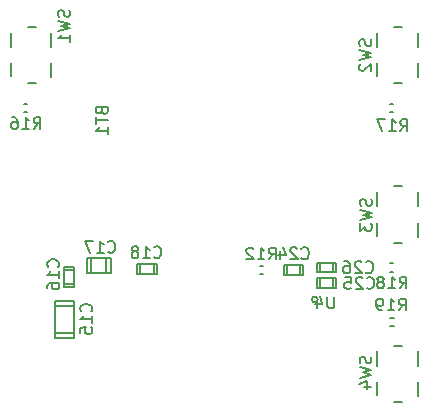
<source format=gbo>
G04 (created by PCBNEW (2013-07-07 BZR 4022)-stable) date 6/24/2016 5:08:50 PM*
%MOIN*%
G04 Gerber Fmt 3.4, Leading zero omitted, Abs format*
%FSLAX34Y34*%
G01*
G70*
G90*
G04 APERTURE LIST*
%ADD10C,0.00590551*%
%ADD11C,0.005*%
G04 APERTURE END LIST*
G54D10*
X88720Y-58996D02*
X88838Y-58996D01*
X88720Y-59271D02*
X88838Y-59271D01*
X93070Y-60722D02*
X93189Y-60722D01*
X93070Y-60997D02*
X93189Y-60997D01*
X93051Y-58917D02*
X93169Y-58917D01*
X93051Y-59192D02*
X93169Y-59192D01*
X93051Y-53602D02*
X93169Y-53602D01*
X93051Y-53877D02*
X93169Y-53877D01*
X80846Y-53602D02*
X80964Y-53602D01*
X80846Y-53877D02*
X80964Y-53877D01*
G54D11*
X81884Y-60337D02*
X82524Y-60337D01*
X82524Y-61237D02*
X81884Y-61237D01*
X82524Y-61417D02*
X81884Y-61417D01*
X81884Y-61417D02*
X81884Y-60157D01*
X81884Y-60157D02*
X82524Y-60157D01*
X82524Y-60157D02*
X82524Y-61417D01*
X83596Y-59226D02*
X83596Y-58726D01*
X83096Y-59226D02*
X83096Y-58736D01*
X82946Y-59226D02*
X83746Y-59226D01*
X83746Y-59226D02*
X83746Y-58726D01*
X83746Y-58726D02*
X82946Y-58726D01*
X82946Y-58726D02*
X82946Y-59226D01*
X82522Y-59590D02*
X82202Y-59590D01*
X82212Y-59150D02*
X82522Y-59150D01*
X82202Y-59050D02*
X82202Y-59690D01*
X82202Y-59690D02*
X82522Y-59690D01*
X82522Y-59690D02*
X82522Y-59050D01*
X82522Y-59050D02*
X82202Y-59050D01*
X84740Y-59254D02*
X84740Y-58934D01*
X85180Y-58944D02*
X85180Y-59254D01*
X85280Y-58934D02*
X84640Y-58934D01*
X84640Y-58934D02*
X84640Y-59254D01*
X84640Y-59254D02*
X85280Y-59254D01*
X85280Y-59254D02*
X85280Y-58934D01*
X90724Y-59726D02*
X90724Y-59406D01*
X91164Y-59416D02*
X91164Y-59726D01*
X91264Y-59406D02*
X90624Y-59406D01*
X90624Y-59406D02*
X90624Y-59726D01*
X90624Y-59726D02*
X91264Y-59726D01*
X91264Y-59726D02*
X91264Y-59406D01*
X90724Y-59215D02*
X90724Y-58895D01*
X91164Y-58905D02*
X91164Y-59215D01*
X91264Y-58895D02*
X90624Y-58895D01*
X90624Y-58895D02*
X90624Y-59215D01*
X90624Y-59215D02*
X91264Y-59215D01*
X91264Y-59215D02*
X91264Y-58895D01*
X89622Y-59293D02*
X89622Y-58973D01*
X90062Y-58983D02*
X90062Y-59293D01*
X90162Y-58973D02*
X89522Y-58973D01*
X89522Y-58973D02*
X89522Y-59293D01*
X89522Y-59293D02*
X90162Y-59293D01*
X90162Y-59293D02*
X90162Y-58973D01*
G54D10*
X81259Y-52913D02*
X80984Y-52913D01*
X81259Y-51023D02*
X80984Y-51023D01*
X81771Y-52716D02*
X81771Y-52244D01*
X81771Y-51220D02*
X81771Y-51692D01*
X80433Y-52677D02*
X80433Y-52244D01*
X80433Y-51220D02*
X80433Y-51692D01*
X93464Y-52913D02*
X93188Y-52913D01*
X93464Y-51023D02*
X93188Y-51023D01*
X93976Y-52716D02*
X93976Y-52244D01*
X93976Y-51220D02*
X93976Y-51692D01*
X92637Y-52677D02*
X92637Y-52244D01*
X92637Y-51220D02*
X92637Y-51692D01*
X93464Y-58228D02*
X93188Y-58228D01*
X93464Y-56338D02*
X93188Y-56338D01*
X93976Y-58031D02*
X93976Y-57559D01*
X93976Y-56535D02*
X93976Y-57007D01*
X92637Y-57992D02*
X92637Y-57559D01*
X92637Y-56535D02*
X92637Y-57007D01*
X93464Y-63543D02*
X93188Y-63543D01*
X93464Y-61653D02*
X93188Y-61653D01*
X93976Y-63346D02*
X93976Y-62874D01*
X93976Y-61850D02*
X93976Y-62322D01*
X92637Y-63307D02*
X92637Y-62874D01*
X92637Y-61850D02*
X92637Y-62322D01*
X90649Y-60118D02*
G75*
G03X90649Y-60118I-98J0D01*
G74*
G01*
X89023Y-58779D02*
X89154Y-58591D01*
X89248Y-58779D02*
X89248Y-58385D01*
X89098Y-58385D01*
X89060Y-58404D01*
X89041Y-58423D01*
X89023Y-58460D01*
X89023Y-58516D01*
X89041Y-58554D01*
X89060Y-58573D01*
X89098Y-58591D01*
X89248Y-58591D01*
X88648Y-58779D02*
X88873Y-58779D01*
X88760Y-58779D02*
X88760Y-58385D01*
X88798Y-58441D01*
X88835Y-58479D01*
X88873Y-58498D01*
X88498Y-58423D02*
X88479Y-58404D01*
X88441Y-58385D01*
X88348Y-58385D01*
X88310Y-58404D01*
X88291Y-58423D01*
X88273Y-58460D01*
X88273Y-58498D01*
X88291Y-58554D01*
X88516Y-58779D01*
X88273Y-58779D01*
X93353Y-60479D02*
X93484Y-60291D01*
X93578Y-60479D02*
X93578Y-60085D01*
X93428Y-60085D01*
X93390Y-60104D01*
X93371Y-60123D01*
X93353Y-60160D01*
X93353Y-60216D01*
X93371Y-60254D01*
X93390Y-60273D01*
X93428Y-60291D01*
X93578Y-60291D01*
X92978Y-60479D02*
X93203Y-60479D01*
X93090Y-60479D02*
X93090Y-60085D01*
X93128Y-60141D01*
X93165Y-60179D01*
X93203Y-60198D01*
X92790Y-60479D02*
X92715Y-60479D01*
X92678Y-60460D01*
X92659Y-60441D01*
X92621Y-60385D01*
X92603Y-60310D01*
X92603Y-60160D01*
X92621Y-60123D01*
X92640Y-60104D01*
X92678Y-60085D01*
X92753Y-60085D01*
X92790Y-60104D01*
X92809Y-60123D01*
X92828Y-60160D01*
X92828Y-60254D01*
X92809Y-60291D01*
X92790Y-60310D01*
X92753Y-60329D01*
X92678Y-60329D01*
X92640Y-60310D01*
X92621Y-60291D01*
X92603Y-60254D01*
X93383Y-59745D02*
X93514Y-59558D01*
X93607Y-59745D02*
X93607Y-59352D01*
X93458Y-59352D01*
X93420Y-59371D01*
X93401Y-59389D01*
X93383Y-59427D01*
X93383Y-59483D01*
X93401Y-59520D01*
X93420Y-59539D01*
X93458Y-59558D01*
X93607Y-59558D01*
X93008Y-59745D02*
X93233Y-59745D01*
X93120Y-59745D02*
X93120Y-59352D01*
X93158Y-59408D01*
X93195Y-59446D01*
X93233Y-59464D01*
X92783Y-59520D02*
X92820Y-59502D01*
X92839Y-59483D01*
X92858Y-59446D01*
X92858Y-59427D01*
X92839Y-59389D01*
X92820Y-59371D01*
X92783Y-59352D01*
X92708Y-59352D01*
X92670Y-59371D01*
X92651Y-59389D01*
X92633Y-59427D01*
X92633Y-59446D01*
X92651Y-59483D01*
X92670Y-59502D01*
X92708Y-59520D01*
X92783Y-59520D01*
X92820Y-59539D01*
X92839Y-59558D01*
X92858Y-59595D01*
X92858Y-59670D01*
X92839Y-59708D01*
X92820Y-59727D01*
X92783Y-59745D01*
X92708Y-59745D01*
X92670Y-59727D01*
X92651Y-59708D01*
X92633Y-59670D01*
X92633Y-59595D01*
X92651Y-59558D01*
X92670Y-59539D01*
X92708Y-59520D01*
X93403Y-54509D02*
X93534Y-54321D01*
X93628Y-54509D02*
X93628Y-54115D01*
X93478Y-54115D01*
X93440Y-54134D01*
X93421Y-54153D01*
X93403Y-54190D01*
X93403Y-54246D01*
X93421Y-54284D01*
X93440Y-54303D01*
X93478Y-54321D01*
X93628Y-54321D01*
X93028Y-54509D02*
X93253Y-54509D01*
X93140Y-54509D02*
X93140Y-54115D01*
X93178Y-54171D01*
X93215Y-54209D01*
X93253Y-54228D01*
X92896Y-54115D02*
X92634Y-54115D01*
X92803Y-54509D01*
X81178Y-54431D02*
X81309Y-54243D01*
X81403Y-54431D02*
X81403Y-54037D01*
X81253Y-54037D01*
X81215Y-54056D01*
X81197Y-54074D01*
X81178Y-54112D01*
X81178Y-54168D01*
X81197Y-54206D01*
X81215Y-54224D01*
X81253Y-54243D01*
X81403Y-54243D01*
X80803Y-54431D02*
X81028Y-54431D01*
X80915Y-54431D02*
X80915Y-54037D01*
X80953Y-54093D01*
X80990Y-54131D01*
X81028Y-54149D01*
X80465Y-54037D02*
X80540Y-54037D01*
X80578Y-54056D01*
X80597Y-54074D01*
X80634Y-54131D01*
X80653Y-54206D01*
X80653Y-54356D01*
X80634Y-54393D01*
X80615Y-54412D01*
X80578Y-54431D01*
X80503Y-54431D01*
X80465Y-54412D01*
X80447Y-54393D01*
X80428Y-54356D01*
X80428Y-54262D01*
X80447Y-54224D01*
X80465Y-54206D01*
X80503Y-54187D01*
X80578Y-54187D01*
X80615Y-54206D01*
X80634Y-54224D01*
X80653Y-54262D01*
X83443Y-53830D02*
X83461Y-53886D01*
X83480Y-53905D01*
X83518Y-53924D01*
X83574Y-53924D01*
X83611Y-53905D01*
X83630Y-53886D01*
X83649Y-53849D01*
X83649Y-53699D01*
X83255Y-53699D01*
X83255Y-53830D01*
X83274Y-53868D01*
X83293Y-53886D01*
X83330Y-53905D01*
X83368Y-53905D01*
X83405Y-53886D01*
X83424Y-53868D01*
X83443Y-53830D01*
X83443Y-53699D01*
X83255Y-54036D02*
X83255Y-54261D01*
X83649Y-54149D02*
X83255Y-54149D01*
X83649Y-54599D02*
X83649Y-54374D01*
X83649Y-54486D02*
X83255Y-54486D01*
X83311Y-54449D01*
X83349Y-54411D01*
X83368Y-54374D01*
X83091Y-60516D02*
X83110Y-60498D01*
X83129Y-60441D01*
X83129Y-60404D01*
X83110Y-60348D01*
X83073Y-60310D01*
X83035Y-60291D01*
X82960Y-60273D01*
X82904Y-60273D01*
X82829Y-60291D01*
X82791Y-60310D01*
X82754Y-60348D01*
X82735Y-60404D01*
X82735Y-60441D01*
X82754Y-60498D01*
X82773Y-60516D01*
X83129Y-60891D02*
X83129Y-60666D01*
X83129Y-60779D02*
X82735Y-60779D01*
X82791Y-60741D01*
X82829Y-60704D01*
X82848Y-60666D01*
X82735Y-61248D02*
X82735Y-61060D01*
X82923Y-61041D01*
X82904Y-61060D01*
X82885Y-61098D01*
X82885Y-61191D01*
X82904Y-61229D01*
X82923Y-61248D01*
X82960Y-61266D01*
X83054Y-61266D01*
X83091Y-61248D01*
X83110Y-61229D01*
X83129Y-61191D01*
X83129Y-61098D01*
X83110Y-61060D01*
X83091Y-61041D01*
X83663Y-58521D02*
X83681Y-58540D01*
X83738Y-58559D01*
X83775Y-58559D01*
X83831Y-58540D01*
X83869Y-58503D01*
X83888Y-58465D01*
X83906Y-58390D01*
X83906Y-58334D01*
X83888Y-58259D01*
X83869Y-58221D01*
X83831Y-58184D01*
X83775Y-58165D01*
X83738Y-58165D01*
X83681Y-58184D01*
X83663Y-58203D01*
X83288Y-58559D02*
X83513Y-58559D01*
X83400Y-58559D02*
X83400Y-58165D01*
X83438Y-58221D01*
X83475Y-58259D01*
X83513Y-58278D01*
X83156Y-58165D02*
X82894Y-58165D01*
X83063Y-58559D01*
X81991Y-59026D02*
X82010Y-59008D01*
X82029Y-58951D01*
X82029Y-58914D01*
X82010Y-58858D01*
X81973Y-58820D01*
X81935Y-58801D01*
X81860Y-58783D01*
X81804Y-58783D01*
X81729Y-58801D01*
X81691Y-58820D01*
X81654Y-58858D01*
X81635Y-58914D01*
X81635Y-58951D01*
X81654Y-59008D01*
X81673Y-59026D01*
X82029Y-59401D02*
X82029Y-59176D01*
X82029Y-59289D02*
X81635Y-59289D01*
X81691Y-59251D01*
X81729Y-59214D01*
X81748Y-59176D01*
X81635Y-59739D02*
X81635Y-59664D01*
X81654Y-59626D01*
X81673Y-59608D01*
X81729Y-59570D01*
X81804Y-59551D01*
X81954Y-59551D01*
X81991Y-59570D01*
X82010Y-59589D01*
X82029Y-59626D01*
X82029Y-59701D01*
X82010Y-59739D01*
X81991Y-59758D01*
X81954Y-59776D01*
X81860Y-59776D01*
X81823Y-59758D01*
X81804Y-59739D01*
X81785Y-59701D01*
X81785Y-59626D01*
X81804Y-59589D01*
X81823Y-59570D01*
X81860Y-59551D01*
X85193Y-58701D02*
X85211Y-58720D01*
X85268Y-58739D01*
X85305Y-58739D01*
X85361Y-58720D01*
X85399Y-58683D01*
X85418Y-58645D01*
X85436Y-58570D01*
X85436Y-58514D01*
X85418Y-58439D01*
X85399Y-58401D01*
X85361Y-58364D01*
X85305Y-58345D01*
X85268Y-58345D01*
X85211Y-58364D01*
X85193Y-58383D01*
X84818Y-58739D02*
X85043Y-58739D01*
X84930Y-58739D02*
X84930Y-58345D01*
X84968Y-58401D01*
X85005Y-58439D01*
X85043Y-58458D01*
X84593Y-58514D02*
X84630Y-58495D01*
X84649Y-58476D01*
X84668Y-58439D01*
X84668Y-58420D01*
X84649Y-58383D01*
X84630Y-58364D01*
X84593Y-58345D01*
X84518Y-58345D01*
X84480Y-58364D01*
X84461Y-58383D01*
X84443Y-58420D01*
X84443Y-58439D01*
X84461Y-58476D01*
X84480Y-58495D01*
X84518Y-58514D01*
X84593Y-58514D01*
X84630Y-58533D01*
X84649Y-58551D01*
X84668Y-58589D01*
X84668Y-58664D01*
X84649Y-58701D01*
X84630Y-58720D01*
X84593Y-58739D01*
X84518Y-58739D01*
X84480Y-58720D01*
X84461Y-58701D01*
X84443Y-58664D01*
X84443Y-58589D01*
X84461Y-58551D01*
X84480Y-58533D01*
X84518Y-58514D01*
X92288Y-59731D02*
X92306Y-59750D01*
X92363Y-59769D01*
X92400Y-59769D01*
X92456Y-59750D01*
X92494Y-59713D01*
X92513Y-59675D01*
X92531Y-59600D01*
X92531Y-59544D01*
X92513Y-59469D01*
X92494Y-59431D01*
X92456Y-59394D01*
X92400Y-59375D01*
X92363Y-59375D01*
X92306Y-59394D01*
X92288Y-59413D01*
X92138Y-59413D02*
X92119Y-59394D01*
X92081Y-59375D01*
X91988Y-59375D01*
X91950Y-59394D01*
X91931Y-59413D01*
X91913Y-59450D01*
X91913Y-59488D01*
X91931Y-59544D01*
X92156Y-59769D01*
X91913Y-59769D01*
X91556Y-59375D02*
X91744Y-59375D01*
X91763Y-59563D01*
X91744Y-59544D01*
X91706Y-59525D01*
X91613Y-59525D01*
X91575Y-59544D01*
X91556Y-59563D01*
X91538Y-59600D01*
X91538Y-59694D01*
X91556Y-59731D01*
X91575Y-59750D01*
X91613Y-59769D01*
X91706Y-59769D01*
X91744Y-59750D01*
X91763Y-59731D01*
X92253Y-59201D02*
X92271Y-59220D01*
X92328Y-59239D01*
X92365Y-59239D01*
X92421Y-59220D01*
X92459Y-59183D01*
X92478Y-59145D01*
X92496Y-59070D01*
X92496Y-59014D01*
X92478Y-58939D01*
X92459Y-58901D01*
X92421Y-58864D01*
X92365Y-58845D01*
X92328Y-58845D01*
X92271Y-58864D01*
X92253Y-58883D01*
X92103Y-58883D02*
X92084Y-58864D01*
X92046Y-58845D01*
X91953Y-58845D01*
X91915Y-58864D01*
X91896Y-58883D01*
X91878Y-58920D01*
X91878Y-58958D01*
X91896Y-59014D01*
X92121Y-59239D01*
X91878Y-59239D01*
X91540Y-58845D02*
X91615Y-58845D01*
X91653Y-58864D01*
X91671Y-58883D01*
X91709Y-58939D01*
X91728Y-59014D01*
X91728Y-59164D01*
X91709Y-59201D01*
X91690Y-59220D01*
X91653Y-59239D01*
X91578Y-59239D01*
X91540Y-59220D01*
X91521Y-59201D01*
X91503Y-59164D01*
X91503Y-59070D01*
X91521Y-59033D01*
X91540Y-59014D01*
X91578Y-58995D01*
X91653Y-58995D01*
X91690Y-59014D01*
X91709Y-59033D01*
X91728Y-59070D01*
X90108Y-58736D02*
X90126Y-58755D01*
X90183Y-58774D01*
X90220Y-58774D01*
X90276Y-58755D01*
X90314Y-58718D01*
X90333Y-58680D01*
X90351Y-58605D01*
X90351Y-58549D01*
X90333Y-58474D01*
X90314Y-58436D01*
X90276Y-58399D01*
X90220Y-58380D01*
X90183Y-58380D01*
X90126Y-58399D01*
X90108Y-58418D01*
X89958Y-58418D02*
X89939Y-58399D01*
X89901Y-58380D01*
X89808Y-58380D01*
X89770Y-58399D01*
X89751Y-58418D01*
X89733Y-58455D01*
X89733Y-58493D01*
X89751Y-58549D01*
X89976Y-58774D01*
X89733Y-58774D01*
X89395Y-58511D02*
X89395Y-58774D01*
X89489Y-58361D02*
X89583Y-58643D01*
X89339Y-58643D01*
X82370Y-50475D02*
X82389Y-50531D01*
X82389Y-50625D01*
X82370Y-50662D01*
X82351Y-50681D01*
X82314Y-50700D01*
X82276Y-50700D01*
X82239Y-50681D01*
X82220Y-50662D01*
X82201Y-50625D01*
X82183Y-50550D01*
X82164Y-50512D01*
X82145Y-50493D01*
X82108Y-50475D01*
X82070Y-50475D01*
X82033Y-50493D01*
X82014Y-50512D01*
X81995Y-50550D01*
X81995Y-50643D01*
X82014Y-50700D01*
X81995Y-50831D02*
X82389Y-50925D01*
X82108Y-51000D01*
X82389Y-51074D01*
X81995Y-51168D01*
X82389Y-51524D02*
X82389Y-51299D01*
X82389Y-51412D02*
X81995Y-51412D01*
X82051Y-51374D01*
X82089Y-51337D01*
X82108Y-51299D01*
X92410Y-51445D02*
X92429Y-51501D01*
X92429Y-51595D01*
X92410Y-51632D01*
X92391Y-51651D01*
X92354Y-51670D01*
X92316Y-51670D01*
X92279Y-51651D01*
X92260Y-51632D01*
X92241Y-51595D01*
X92223Y-51520D01*
X92204Y-51482D01*
X92185Y-51463D01*
X92148Y-51445D01*
X92110Y-51445D01*
X92073Y-51463D01*
X92054Y-51482D01*
X92035Y-51520D01*
X92035Y-51613D01*
X92054Y-51670D01*
X92035Y-51801D02*
X92429Y-51895D01*
X92148Y-51970D01*
X92429Y-52044D01*
X92035Y-52138D01*
X92073Y-52269D02*
X92054Y-52288D01*
X92035Y-52326D01*
X92035Y-52419D01*
X92054Y-52457D01*
X92073Y-52476D01*
X92110Y-52494D01*
X92148Y-52494D01*
X92204Y-52476D01*
X92429Y-52251D01*
X92429Y-52494D01*
X92435Y-56775D02*
X92454Y-56831D01*
X92454Y-56925D01*
X92435Y-56962D01*
X92416Y-56981D01*
X92379Y-57000D01*
X92341Y-57000D01*
X92304Y-56981D01*
X92285Y-56962D01*
X92266Y-56925D01*
X92248Y-56850D01*
X92229Y-56812D01*
X92210Y-56793D01*
X92173Y-56775D01*
X92135Y-56775D01*
X92098Y-56793D01*
X92079Y-56812D01*
X92060Y-56850D01*
X92060Y-56943D01*
X92079Y-57000D01*
X92060Y-57131D02*
X92454Y-57225D01*
X92173Y-57300D01*
X92454Y-57374D01*
X92060Y-57468D01*
X92060Y-57581D02*
X92060Y-57824D01*
X92210Y-57693D01*
X92210Y-57749D01*
X92229Y-57787D01*
X92248Y-57806D01*
X92285Y-57824D01*
X92379Y-57824D01*
X92416Y-57806D01*
X92435Y-57787D01*
X92454Y-57749D01*
X92454Y-57637D01*
X92435Y-57599D01*
X92416Y-57581D01*
X92420Y-62025D02*
X92439Y-62081D01*
X92439Y-62175D01*
X92420Y-62212D01*
X92401Y-62231D01*
X92364Y-62250D01*
X92326Y-62250D01*
X92289Y-62231D01*
X92270Y-62212D01*
X92251Y-62175D01*
X92233Y-62100D01*
X92214Y-62062D01*
X92195Y-62043D01*
X92158Y-62025D01*
X92120Y-62025D01*
X92083Y-62043D01*
X92064Y-62062D01*
X92045Y-62100D01*
X92045Y-62193D01*
X92064Y-62250D01*
X92045Y-62381D02*
X92439Y-62475D01*
X92158Y-62550D01*
X92439Y-62624D01*
X92045Y-62718D01*
X92176Y-63037D02*
X92439Y-63037D01*
X92026Y-62943D02*
X92308Y-62849D01*
X92308Y-63093D01*
X91199Y-60020D02*
X91199Y-60339D01*
X91181Y-60376D01*
X91162Y-60395D01*
X91124Y-60414D01*
X91049Y-60414D01*
X91012Y-60395D01*
X90993Y-60376D01*
X90974Y-60339D01*
X90974Y-60020D01*
X90618Y-60151D02*
X90618Y-60414D01*
X90712Y-60001D02*
X90806Y-60283D01*
X90562Y-60283D01*
M02*

</source>
